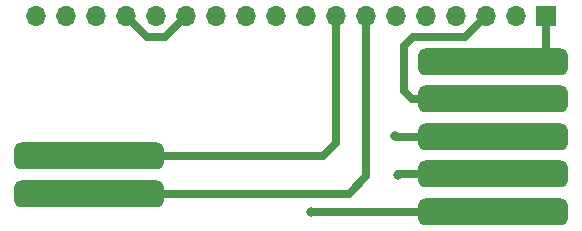
<source format=gbr>
%TF.GenerationSoftware,KiCad,Pcbnew,8.0.7-8.0.7-0~ubuntu24.04.1*%
%TF.CreationDate,2025-01-13T21:17:15-08:00*%
%TF.ProjectId,NX-ButtonInterface,4e582d42-7574-4746-9f6e-496e74657266,1*%
%TF.SameCoordinates,Original*%
%TF.FileFunction,Copper,L2,Bot*%
%TF.FilePolarity,Positive*%
%FSLAX46Y46*%
G04 Gerber Fmt 4.6, Leading zero omitted, Abs format (unit mm)*
G04 Created by KiCad (PCBNEW 8.0.7-8.0.7-0~ubuntu24.04.1) date 2025-01-13 21:17:15*
%MOMM*%
%LPD*%
G01*
G04 APERTURE LIST*
G04 Aperture macros list*
%AMRoundRect*
0 Rectangle with rounded corners*
0 $1 Rounding radius*
0 $2 $3 $4 $5 $6 $7 $8 $9 X,Y pos of 4 corners*
0 Add a 4 corners polygon primitive as box body*
4,1,4,$2,$3,$4,$5,$6,$7,$8,$9,$2,$3,0*
0 Add four circle primitives for the rounded corners*
1,1,$1+$1,$2,$3*
1,1,$1+$1,$4,$5*
1,1,$1+$1,$6,$7*
1,1,$1+$1,$8,$9*
0 Add four rect primitives between the rounded corners*
20,1,$1+$1,$2,$3,$4,$5,0*
20,1,$1+$1,$4,$5,$6,$7,0*
20,1,$1+$1,$6,$7,$8,$9,0*
20,1,$1+$1,$8,$9,$2,$3,0*%
G04 Aperture macros list end*
%TA.AperFunction,ComponentPad*%
%ADD10R,1.700000X1.700000*%
%TD*%
%TA.AperFunction,ComponentPad*%
%ADD11O,1.700000X1.700000*%
%TD*%
%TA.AperFunction,SMDPad,CuDef*%
%ADD12RoundRect,0.571500X5.778500X0.571500X-5.778500X0.571500X-5.778500X-0.571500X5.778500X-0.571500X0*%
%TD*%
%TA.AperFunction,SMDPad,CuDef*%
%ADD13RoundRect,0.571500X-5.778500X-0.571500X5.778500X-0.571500X5.778500X0.571500X-5.778500X0.571500X0*%
%TD*%
%TA.AperFunction,ViaPad*%
%ADD14C,0.800000*%
%TD*%
%TA.AperFunction,Conductor*%
%ADD15C,0.635000*%
%TD*%
%TA.AperFunction,Conductor*%
%ADD16C,0.508000*%
%TD*%
G04 APERTURE END LIST*
D10*
%TO.P,J1,1,Pin_1*%
%TO.N,/CAN_TX*%
X129921000Y-92964000D03*
D11*
%TO.P,J1,2,Pin_2*%
%TO.N,/CAN_RX*%
X127381000Y-92964000D03*
%TO.P,J1,3,Pin_3*%
%TO.N,/GND*%
X124841000Y-92964000D03*
%TO.P,J1,4,Pin_4*%
%TO.N,/3V3*%
X122301000Y-92964000D03*
%TO.P,J1,5,Pin_5*%
%TO.N,unconnected-(J1-Pin_5-Pad5)*%
X119761000Y-92964000D03*
%TO.P,J1,6,Pin_6*%
%TO.N,unconnected-(J1-Pin_6-Pad6)*%
X117221000Y-92964000D03*
%TO.P,J1,7,Pin_7*%
%TO.N,/NX_PC_LED-*%
X114681000Y-92964000D03*
%TO.P,J1,8,Pin_8*%
%TO.N,/NX_PC_LED+*%
X112141000Y-92964000D03*
%TO.P,J1,9,Pin_9*%
%TO.N,/UART2_RXD*%
X109601000Y-92964000D03*
%TO.P,J1,10,Pin_10*%
%TO.N,/UART2_TXD*%
X107061000Y-92964000D03*
%TO.P,J1,11,Pin_11*%
%TO.N,unconnected-(J1-Pin_11-Pad11)*%
X104521000Y-92964000D03*
%TO.P,J1,12,Pin_12*%
%TO.N,unconnected-(J1-Pin_12-Pad12)*%
X101981000Y-92964000D03*
%TO.P,J1,13,Pin_13*%
%TO.N,/SYS_RST_RCV_RTN*%
X99441000Y-92964000D03*
%TO.P,J1,14,Pin_14*%
%TO.N,/~{SYS_RESET}*%
X96901000Y-92964000D03*
%TO.P,J1,15,Pin_15*%
%TO.N,/SYS_RST_RCV_RTN*%
X94361000Y-92964000D03*
%TO.P,J1,16,Pin_16*%
%TO.N,/~{REC}*%
X91821000Y-92964000D03*
%TO.P,J1,17,Pin_17*%
%TO.N,unconnected-(J1-Pin_17-Pad17)*%
X89281000Y-92964000D03*
%TO.P,J1,18,Pin_18*%
%TO.N,unconnected-(J1-Pin_18-Pad18)*%
X86741000Y-92964000D03*
%TD*%
D12*
%TO.P,J4,1,Pin_1*%
%TO.N,/NX_PC_LED+*%
X91211200Y-104863900D03*
%TO.P,J4,2,Pin_2*%
%TO.N,/NX_PC_LED-*%
X91211200Y-108038900D03*
%TD*%
D13*
%TO.P,J2,1,Pin_1*%
%TO.N,/~{REC}*%
X125463300Y-109575600D03*
%TO.P,J2,3,Pin_3*%
%TO.N,/~{SYS_RESET}*%
X125463300Y-106400600D03*
%TO.P,J2,5,Pin_5*%
%TO.N,/UART2_RXD*%
X125463300Y-103225600D03*
%TO.P,J2,7,Pin_7*%
%TO.N,/GND*%
X125463300Y-100050600D03*
%TO.P,J2,9,Pin_9*%
%TO.N,/CAN_TX*%
X125463300Y-96875600D03*
%TD*%
D14*
%TO.N,/UART2_RXD*%
X117094000Y-103124000D03*
%TO.N,/~{SYS_RESET}*%
X117348000Y-106426000D03*
%TO.N,/~{REC}*%
X109982000Y-109575600D03*
%TD*%
D15*
%TO.N,/CAN_TX*%
X129921000Y-92964000D02*
X129921000Y-96875600D01*
D16*
X128473200Y-96875600D02*
X125463300Y-96875600D01*
D15*
X129921000Y-96875600D02*
X125463300Y-96875600D01*
%TO.N,/GND*%
X117856000Y-99314000D02*
X117856000Y-95504000D01*
X117856000Y-95504000D02*
X118618000Y-94742000D01*
X125463300Y-100050600D02*
X118592600Y-100050600D01*
X123063000Y-94742000D02*
X124841000Y-92964000D01*
X118592600Y-100050600D02*
X117856000Y-99314000D01*
X118618000Y-94742000D02*
X123063000Y-94742000D01*
%TO.N,/NX_PC_LED-*%
X113195100Y-108038900D02*
X91211200Y-108038900D01*
X114681000Y-92964000D02*
X114681000Y-106553000D01*
X114681000Y-106553000D02*
X113195100Y-108038900D01*
%TO.N,/NX_PC_LED+*%
X111036100Y-104863900D02*
X91211200Y-104863900D01*
X112141000Y-92964000D02*
X112141000Y-103759000D01*
X112141000Y-103759000D02*
X111036100Y-104863900D01*
%TO.N,/UART2_RXD*%
X117195600Y-103225600D02*
X125463300Y-103225600D01*
X117094000Y-103124000D02*
X117195600Y-103225600D01*
%TO.N,/SYS_RST_RCV_RTN*%
X96139000Y-94742000D02*
X97663000Y-94742000D01*
X94361000Y-92964000D02*
X96139000Y-94742000D01*
X97663000Y-94742000D02*
X99441000Y-92964000D01*
%TO.N,/~{SYS_RESET}*%
X117373400Y-106400600D02*
X117348000Y-106426000D01*
X125463300Y-106400600D02*
X117373400Y-106400600D01*
%TO.N,/~{REC}*%
X125463300Y-109575600D02*
X109982000Y-109575600D01*
%TD*%
M02*

</source>
